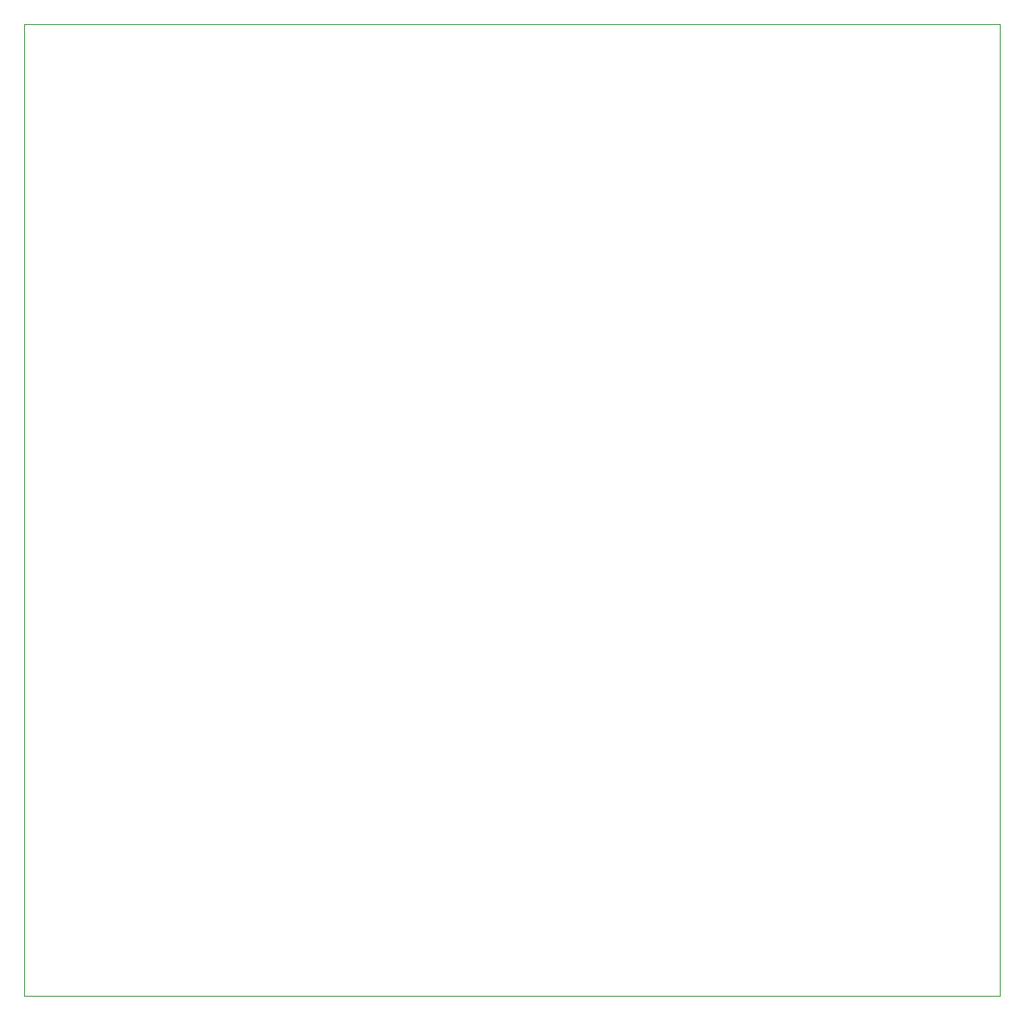
<source format=gbp>
G75*
G70*
%OFA0B0*%
%FSLAX24Y24*%
%IPPOS*%
%LPD*%
%AMOC8*
5,1,8,0,0,1.08239X$1,22.5*
%
%ADD10C,0.0000*%
D10*
X000160Y000930D02*
X000160Y039800D01*
X039152Y039800D01*
X039152Y000930D01*
X000160Y000930D01*
M02*

</source>
